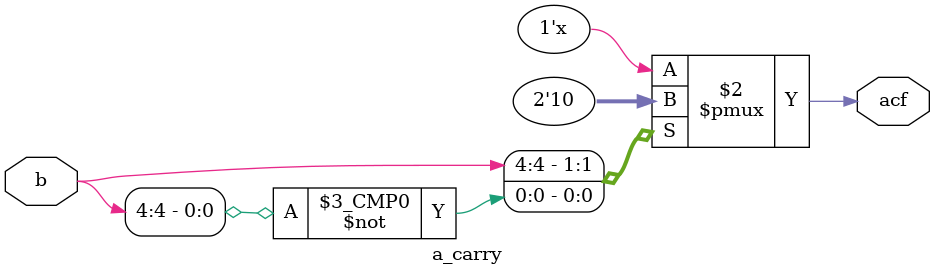
<source format=v>
`timescale 1ns/1ps
module a_carry(acf,b);
output acf;
reg acf;
input [8:0] b;
parameter one=1;
parameter zero=0;
always@(b)
case(b[4])
one:acf=1;
zero:acf=0;
endcase
endmodule
</source>
